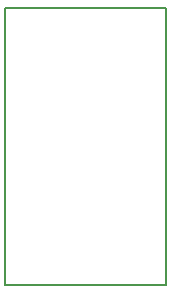
<source format=gm1>
G04 #@! TF.GenerationSoftware,KiCad,Pcbnew,5.0.1-33cea8e~68~ubuntu18.04.1*
G04 #@! TF.CreationDate,2018-11-09T10:03:27+01:00*
G04 #@! TF.ProjectId,MCP1702_SOT89_breakoutmodule,4D4350313730325F534F5438395F6272,rev?*
G04 #@! TF.SameCoordinates,Original*
G04 #@! TF.FileFunction,Profile,NP*
%FSLAX46Y46*%
G04 Gerber Fmt 4.6, Leading zero omitted, Abs format (unit mm)*
G04 Created by KiCad (PCBNEW 5.0.1-33cea8e~68~ubuntu18.04.1) date vr 09 nov 2018 10:03:27 CET*
%MOMM*%
%LPD*%
G01*
G04 APERTURE LIST*
%ADD10C,0.150000*%
G04 APERTURE END LIST*
D10*
X142700000Y-65700000D02*
X142700000Y-89200000D01*
X129100000Y-89200000D02*
X129100000Y-65700000D01*
X142700000Y-65700000D02*
X129100000Y-65700000D01*
X129100000Y-89200000D02*
X142700000Y-89200000D01*
M02*

</source>
